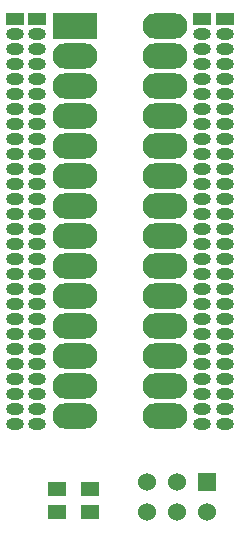
<source format=gts>
%FSLAX34Y34*%
G04 Gerber Fmt 3.4, Leading zero omitted, Abs format*
G04 (created by PCBNEW (2013-12-05 BZR 4523)-product) date Fri 06 Dec 2013 09:05:46 PM CET*
%MOIN*%
G01*
G70*
G90*
G04 APERTURE LIST*
%ADD10C,0.005906*%
%ADD11O,0.150000X0.085000*%
%ADD12R,0.150000X0.085000*%
%ADD13O,0.059055X0.039370*%
%ADD14R,0.059055X0.039370*%
%ADD15R,0.060000X0.060000*%
%ADD16C,0.060000*%
%ADD17R,0.059000X0.051100*%
G04 APERTURE END LIST*
G54D10*
G54D11*
X56000Y-24500D03*
X56000Y-25500D03*
X56000Y-26500D03*
X56000Y-27500D03*
X56000Y-28500D03*
X56000Y-29500D03*
X56000Y-30500D03*
X56000Y-31500D03*
X56000Y-32500D03*
X56000Y-33500D03*
X56000Y-34500D03*
X56000Y-35500D03*
X56000Y-36500D03*
G54D12*
X56000Y-23500D03*
G54D11*
X59000Y-36500D03*
X59000Y-35500D03*
X59000Y-34500D03*
X59000Y-33500D03*
X59000Y-32500D03*
X59000Y-31500D03*
X59000Y-30500D03*
X59000Y-29500D03*
X59000Y-28500D03*
X59000Y-27500D03*
X59000Y-26500D03*
X59000Y-25500D03*
X59000Y-24500D03*
X59000Y-23500D03*
G54D13*
X54000Y-36750D03*
X54000Y-36250D03*
X54000Y-35750D03*
X54000Y-35250D03*
X54000Y-34750D03*
X54000Y-34250D03*
X54000Y-33750D03*
X54000Y-30250D03*
X54000Y-30750D03*
X54000Y-31250D03*
X54000Y-31750D03*
X54000Y-32250D03*
X54000Y-32750D03*
X54000Y-33250D03*
X60250Y-36750D03*
X60250Y-36250D03*
X60250Y-35750D03*
X60250Y-35250D03*
X60250Y-34750D03*
X60250Y-34250D03*
X60250Y-33750D03*
X60250Y-30250D03*
X60250Y-30750D03*
X60250Y-31250D03*
X60250Y-31750D03*
X60250Y-32250D03*
X60250Y-32750D03*
X60250Y-33250D03*
X54750Y-29750D03*
X54750Y-29250D03*
X54750Y-28750D03*
X54750Y-28250D03*
X54750Y-27750D03*
X54750Y-27250D03*
X54750Y-26750D03*
G54D14*
X54750Y-23250D03*
G54D13*
X54750Y-23750D03*
X54750Y-24250D03*
X54750Y-24750D03*
X54750Y-25250D03*
X54750Y-25750D03*
X54750Y-26250D03*
X54750Y-36750D03*
X54750Y-36250D03*
X54750Y-35750D03*
X54750Y-35250D03*
X54750Y-34750D03*
X54750Y-34250D03*
X54750Y-33750D03*
X54750Y-30250D03*
X54750Y-30750D03*
X54750Y-31250D03*
X54750Y-31750D03*
X54750Y-32250D03*
X54750Y-32750D03*
X54750Y-33250D03*
X61000Y-36750D03*
X61000Y-36250D03*
X61000Y-35750D03*
X61000Y-35250D03*
X61000Y-34750D03*
X61000Y-34250D03*
X61000Y-33750D03*
X61000Y-30250D03*
X61000Y-30750D03*
X61000Y-31250D03*
X61000Y-31750D03*
X61000Y-32250D03*
X61000Y-32750D03*
X61000Y-33250D03*
X61000Y-29750D03*
X61000Y-29250D03*
X61000Y-28750D03*
X61000Y-28250D03*
X61000Y-27750D03*
X61000Y-27250D03*
X61000Y-26750D03*
G54D14*
X61000Y-23250D03*
G54D13*
X61000Y-23750D03*
X61000Y-24250D03*
X61000Y-24750D03*
X61000Y-25250D03*
X61000Y-25750D03*
X61000Y-26250D03*
X60250Y-29750D03*
X60250Y-29250D03*
X60250Y-28750D03*
X60250Y-28250D03*
X60250Y-27750D03*
X60250Y-27250D03*
X60250Y-26750D03*
G54D14*
X60250Y-23250D03*
G54D13*
X60250Y-23750D03*
X60250Y-24250D03*
X60250Y-24750D03*
X60250Y-25250D03*
X60250Y-25750D03*
X60250Y-26250D03*
X54000Y-29750D03*
X54000Y-29250D03*
X54000Y-28750D03*
X54000Y-28250D03*
X54000Y-27750D03*
X54000Y-27250D03*
X54000Y-26750D03*
G54D14*
X54000Y-23250D03*
G54D13*
X54000Y-23750D03*
X54000Y-24250D03*
X54000Y-24750D03*
X54000Y-25250D03*
X54000Y-25750D03*
X54000Y-26250D03*
G54D15*
X60400Y-38700D03*
G54D16*
X60400Y-39700D03*
X59400Y-38700D03*
X59400Y-39700D03*
X58400Y-38700D03*
X58400Y-39700D03*
G54D17*
X55400Y-38926D03*
X55400Y-39674D03*
X56500Y-38926D03*
X56500Y-39674D03*
M02*

</source>
